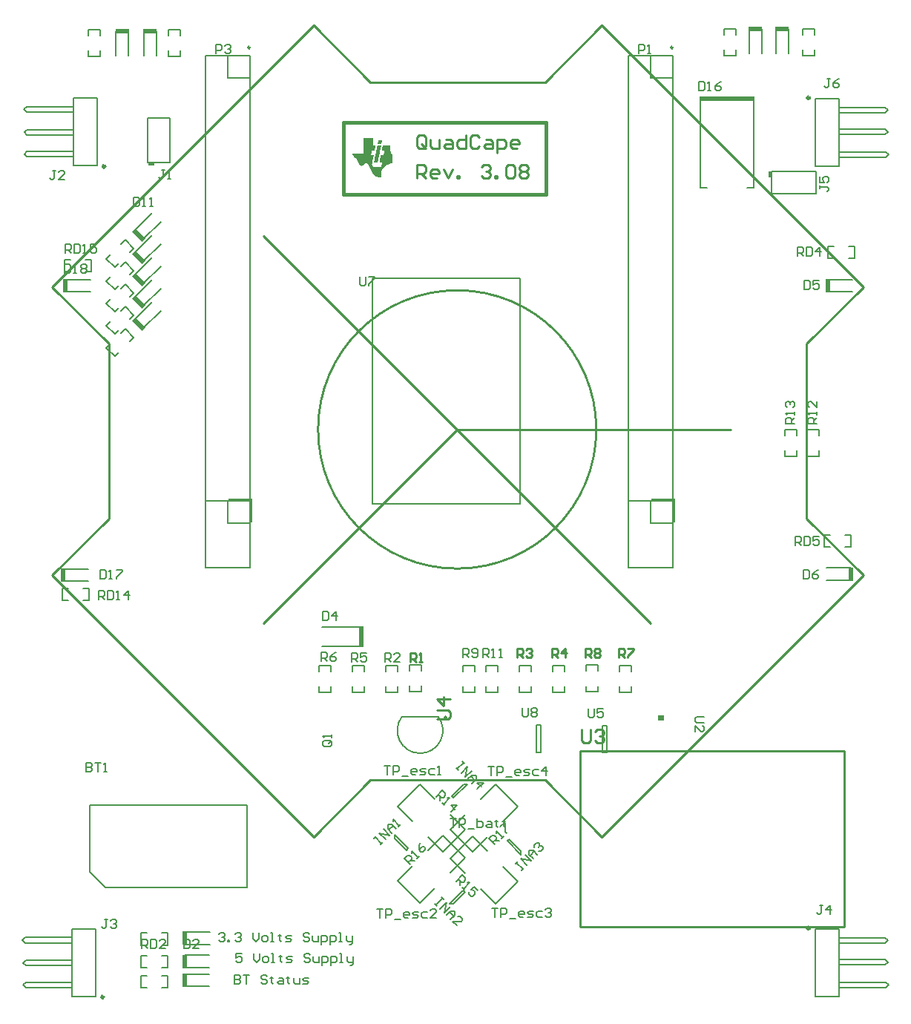
<source format=gto>
%FSLAX25Y25*%
%MOIN*%
G70*
G01*
G75*
G04 Layer_Color=65535*
%ADD10R,0.03740X0.03937*%
%ADD11P,0.04454X4X90.0*%
G04:AMPARAMS|DCode=12|XSize=37.4mil|YSize=39.37mil|CornerRadius=0mil|HoleSize=0mil|Usage=FLASHONLY|Rotation=315.000|XOffset=0mil|YOffset=0mil|HoleType=Round|Shape=Rectangle|*
%AMROTATEDRECTD12*
4,1,4,-0.02714,-0.00070,0.00070,0.02714,0.02714,0.00070,-0.00070,-0.02714,-0.02714,-0.00070,0.0*
%
%ADD12ROTATEDRECTD12*%

%ADD13R,0.04200X0.02500*%
G04:AMPARAMS|DCode=14|XSize=106.3mil|YSize=62.99mil|CornerRadius=0mil|HoleSize=0mil|Usage=FLASHONLY|Rotation=225.000|XOffset=0mil|YOffset=0mil|HoleType=Round|Shape=Rectangle|*
%AMROTATEDRECTD14*
4,1,4,0.01531,0.05985,0.05985,0.01531,-0.01531,-0.05985,-0.05985,-0.01531,0.01531,0.05985,0.0*
%
%ADD14ROTATEDRECTD14*%

G04:AMPARAMS|DCode=15|XSize=106.3mil|YSize=62.99mil|CornerRadius=0mil|HoleSize=0mil|Usage=FLASHONLY|Rotation=315.000|XOffset=0mil|YOffset=0mil|HoleType=Round|Shape=Rectangle|*
%AMROTATEDRECTD15*
4,1,4,-0.05985,0.01531,-0.01531,0.05985,0.05985,-0.01531,0.01531,-0.05985,-0.05985,0.01531,0.0*
%
%ADD15ROTATEDRECTD15*%

G04:AMPARAMS|DCode=16|XSize=15.75mil|YSize=33.47mil|CornerRadius=0mil|HoleSize=0mil|Usage=FLASHONLY|Rotation=135.000|XOffset=0mil|YOffset=0mil|HoleType=Round|Shape=Rectangle|*
%AMROTATEDRECTD16*
4,1,4,0.01740,0.00626,-0.00626,-0.01740,-0.01740,-0.00626,0.00626,0.01740,0.01740,0.00626,0.0*
%
%ADD16ROTATEDRECTD16*%

G04:AMPARAMS|DCode=17|XSize=15.75mil|YSize=33.47mil|CornerRadius=0mil|HoleSize=0mil|Usage=FLASHONLY|Rotation=225.000|XOffset=0mil|YOffset=0mil|HoleType=Round|Shape=Rectangle|*
%AMROTATEDRECTD17*
4,1,4,-0.00626,0.01740,0.01740,-0.00626,0.00626,-0.01740,-0.01740,0.00626,-0.00626,0.01740,0.0*
%
%ADD17ROTATEDRECTD17*%

%ADD18R,0.04331X0.02559*%
%ADD19R,0.03150X0.03150*%
%ADD20O,0.03937X0.09843*%
%ADD21O,0.09843X0.03937*%
%ADD22R,0.03937X0.09843*%
%ADD23R,0.03150X0.03150*%
%ADD24R,0.03937X0.03740*%
%ADD25R,0.03602X0.04803*%
%ADD26R,0.15000X0.11000*%
%ADD27R,0.01024X0.00630*%
%ADD28R,0.01024X0.02008*%
%ADD29C,0.01500*%
%ADD30C,0.02000*%
%ADD31C,0.07500*%
%ADD32C,0.04000*%
%ADD33C,0.03000*%
%ADD34C,0.02500*%
%ADD35C,0.05000*%
%ADD36C,0.01000*%
%ADD37C,0.10000*%
%ADD38C,0.11800*%
%ADD39R,0.06496X0.06496*%
%ADD40C,0.06496*%
%ADD41O,0.10000X0.06000*%
%ADD42R,0.10000X0.05500*%
%ADD43R,0.06693X0.06693*%
%ADD44C,0.06693*%
%ADD45R,0.06496X0.06496*%
%ADD46C,0.28000*%
%ADD47R,0.04000X0.07874*%
%ADD48O,0.04000X0.07874*%
%ADD49O,0.03937X0.07874*%
%ADD50O,0.09843X0.06000*%
%ADD51R,0.09843X0.06000*%
%ADD52C,0.16000*%
%ADD53R,0.06000X0.06000*%
%ADD54R,0.06000X0.06000*%
%ADD55C,0.04000*%
%ADD56C,0.05000*%
%ADD57C,0.04500*%
%ADD58C,0.00984*%
%ADD59C,0.01181*%
%ADD60C,0.00787*%
%ADD61C,0.00700*%
%ADD62C,0.00800*%
G04:AMPARAMS|DCode=63|XSize=19.69mil|YSize=62.99mil|CornerRadius=0mil|HoleSize=0mil|Usage=FLASHONLY|Rotation=45.000|XOffset=0mil|YOffset=0mil|HoleType=Round|Shape=Rectangle|*
%AMROTATEDRECTD63*
4,1,4,0.01531,-0.02923,-0.02923,0.01531,-0.01531,0.02923,0.02923,-0.01531,0.01531,-0.02923,0.0*
%
%ADD63ROTATEDRECTD63*%

%ADD64R,0.01000X0.11000*%
%ADD65R,0.10350X0.01000*%
%ADD66R,0.03000X0.01500*%
%ADD67R,0.01500X0.03000*%
%ADD68R,0.01968X0.06299*%
%ADD69R,0.06299X0.01969*%
%ADD70R,0.02000X0.09200*%
%ADD71R,0.24700X0.02000*%
%ADD72R,0.01969X0.06299*%
%ADD73R,0.06299X0.01968*%
G36*
X150194Y-57258D02*
Y-57331D01*
Y-57404D01*
Y-57476D01*
Y-57549D01*
Y-57622D01*
Y-57694D01*
Y-57767D01*
Y-57840D01*
Y-57912D01*
Y-57985D01*
Y-58058D01*
Y-58131D01*
Y-58203D01*
Y-58276D01*
Y-58349D01*
Y-58421D01*
Y-58494D01*
Y-58567D01*
Y-58640D01*
Y-58712D01*
Y-58785D01*
Y-58858D01*
Y-58930D01*
Y-59003D01*
Y-59076D01*
Y-59148D01*
Y-59221D01*
Y-59294D01*
Y-59367D01*
Y-59439D01*
Y-59512D01*
Y-59585D01*
Y-59657D01*
Y-59730D01*
Y-59803D01*
Y-59875D01*
Y-59948D01*
Y-60021D01*
Y-60093D01*
Y-60166D01*
Y-60239D01*
Y-60312D01*
Y-60384D01*
Y-60457D01*
Y-60530D01*
X151357D01*
Y-60602D01*
X151285D01*
Y-60675D01*
Y-60748D01*
Y-60821D01*
Y-60893D01*
Y-60966D01*
X151212D01*
Y-61039D01*
Y-61111D01*
Y-61184D01*
Y-61257D01*
Y-61329D01*
X151139D01*
Y-61402D01*
Y-61475D01*
Y-61547D01*
Y-61620D01*
Y-61693D01*
X151067D01*
Y-61766D01*
Y-61838D01*
Y-61911D01*
Y-61984D01*
Y-62056D01*
X150994D01*
Y-62129D01*
Y-62202D01*
Y-62274D01*
Y-62347D01*
Y-62420D01*
X150921D01*
Y-62493D01*
Y-62565D01*
Y-62638D01*
Y-62711D01*
X149685D01*
Y-62783D01*
Y-62856D01*
Y-62929D01*
X149612D01*
Y-63002D01*
Y-63074D01*
Y-63147D01*
Y-63220D01*
Y-63292D01*
X149540D01*
Y-63365D01*
Y-63438D01*
Y-63510D01*
Y-63583D01*
Y-63656D01*
X149467D01*
Y-63728D01*
Y-63801D01*
Y-63874D01*
Y-63947D01*
Y-64019D01*
X149394D01*
Y-64092D01*
Y-64165D01*
Y-64237D01*
Y-64310D01*
Y-64383D01*
X149322D01*
Y-64455D01*
Y-64528D01*
Y-64601D01*
Y-64674D01*
Y-64746D01*
X150485D01*
Y-64819D01*
Y-64892D01*
Y-64964D01*
Y-65037D01*
X150412D01*
Y-65110D01*
Y-65183D01*
Y-65255D01*
Y-65328D01*
Y-65401D01*
X150339D01*
Y-65473D01*
Y-65546D01*
Y-65619D01*
Y-65691D01*
Y-65764D01*
X150267D01*
Y-65837D01*
Y-65909D01*
Y-65982D01*
Y-66055D01*
Y-66128D01*
X150194D01*
Y-66200D01*
Y-66273D01*
Y-66346D01*
Y-66418D01*
Y-66491D01*
X150121D01*
Y-66564D01*
Y-66637D01*
Y-66709D01*
Y-66782D01*
Y-66855D01*
X150049D01*
Y-66927D01*
Y-67000D01*
Y-67073D01*
Y-67145D01*
Y-67218D01*
X149976D01*
Y-67291D01*
Y-67364D01*
Y-67436D01*
Y-67509D01*
Y-67582D01*
X149903D01*
Y-67654D01*
Y-67727D01*
Y-67800D01*
Y-67872D01*
Y-67945D01*
X149830D01*
Y-68018D01*
Y-68090D01*
Y-68163D01*
Y-68236D01*
Y-68309D01*
X149758D01*
Y-68381D01*
Y-68454D01*
Y-68527D01*
Y-68599D01*
Y-68672D01*
X149685D01*
Y-68745D01*
Y-68818D01*
Y-68890D01*
Y-68963D01*
Y-69036D01*
Y-69108D01*
Y-69181D01*
Y-69254D01*
X149758D01*
Y-69326D01*
Y-69399D01*
Y-69472D01*
X149830D01*
Y-69545D01*
Y-69617D01*
X149903D01*
Y-69690D01*
X149976D01*
Y-69763D01*
X150049D01*
Y-69835D01*
X150194D01*
Y-69908D01*
X150339D01*
Y-69981D01*
X150630D01*
Y-70053D01*
X151067D01*
Y-70126D01*
X153902D01*
Y-70053D01*
Y-69981D01*
Y-69908D01*
X153974D01*
Y-69835D01*
Y-69763D01*
Y-69690D01*
Y-69617D01*
Y-69545D01*
X154047D01*
Y-69472D01*
Y-69399D01*
Y-69326D01*
Y-69254D01*
Y-69181D01*
X154120D01*
Y-69108D01*
Y-69036D01*
Y-68963D01*
Y-68890D01*
Y-68818D01*
X154193D01*
Y-68745D01*
Y-68672D01*
Y-68599D01*
Y-68527D01*
Y-68454D01*
X154265D01*
Y-68381D01*
Y-68309D01*
Y-68236D01*
Y-68163D01*
Y-68090D01*
X154338D01*
Y-68018D01*
Y-67945D01*
X153393D01*
Y-67872D01*
X153247D01*
Y-67800D01*
X153175D01*
Y-67727D01*
Y-67654D01*
Y-67582D01*
Y-67509D01*
Y-67436D01*
Y-67364D01*
Y-67291D01*
Y-67218D01*
Y-67145D01*
X153247D01*
Y-67073D01*
Y-67000D01*
Y-66927D01*
Y-66855D01*
X153320D01*
Y-66782D01*
Y-66709D01*
Y-66637D01*
Y-66564D01*
Y-66491D01*
X153393D01*
Y-66418D01*
Y-66346D01*
Y-66273D01*
Y-66200D01*
Y-66128D01*
X153466D01*
Y-66055D01*
Y-65982D01*
Y-65909D01*
Y-65837D01*
Y-65764D01*
X153538D01*
Y-65691D01*
Y-65619D01*
Y-65546D01*
Y-65473D01*
Y-65401D01*
X153611D01*
Y-65328D01*
Y-65255D01*
Y-65183D01*
Y-65110D01*
Y-65037D01*
X153684D01*
Y-64964D01*
Y-64892D01*
Y-64819D01*
Y-64746D01*
X154992D01*
Y-64674D01*
Y-64601D01*
Y-64528D01*
Y-64455D01*
Y-64383D01*
X155065D01*
Y-64310D01*
Y-64237D01*
Y-64165D01*
Y-64092D01*
Y-64019D01*
X155138D01*
Y-63947D01*
Y-63874D01*
Y-63801D01*
Y-63728D01*
Y-63656D01*
X155210D01*
Y-63583D01*
Y-63510D01*
Y-63438D01*
Y-63365D01*
Y-63292D01*
X155283D01*
Y-63220D01*
Y-63147D01*
Y-63074D01*
Y-63002D01*
Y-62929D01*
X155356D01*
Y-62856D01*
Y-62783D01*
Y-62711D01*
X154120D01*
Y-62638D01*
Y-62565D01*
Y-62493D01*
X154193D01*
Y-62420D01*
Y-62347D01*
Y-62274D01*
Y-62202D01*
Y-62129D01*
X154265D01*
Y-62056D01*
Y-61984D01*
Y-61911D01*
Y-61838D01*
Y-61766D01*
X154338D01*
Y-61693D01*
Y-61620D01*
Y-61547D01*
Y-61475D01*
Y-61402D01*
X154411D01*
Y-61329D01*
Y-61257D01*
Y-61184D01*
Y-61111D01*
Y-61039D01*
X154483D01*
Y-60966D01*
Y-60893D01*
Y-60821D01*
Y-60748D01*
Y-60675D01*
X154556D01*
Y-60602D01*
Y-60530D01*
X158046D01*
Y-60602D01*
Y-60675D01*
Y-60748D01*
Y-60821D01*
Y-60893D01*
Y-60966D01*
Y-61039D01*
Y-61111D01*
Y-61184D01*
Y-61257D01*
Y-61329D01*
Y-61402D01*
Y-61475D01*
Y-61547D01*
Y-61620D01*
Y-61693D01*
Y-61766D01*
Y-61838D01*
Y-61911D01*
Y-61984D01*
Y-62056D01*
Y-62129D01*
Y-62202D01*
Y-62274D01*
Y-62347D01*
Y-62420D01*
Y-62493D01*
Y-62565D01*
Y-62638D01*
Y-62711D01*
Y-62783D01*
Y-62856D01*
Y-62929D01*
Y-63002D01*
X158118D01*
Y-63074D01*
Y-63147D01*
Y-63220D01*
Y-63292D01*
Y-63365D01*
X158191D01*
Y-63438D01*
Y-63510D01*
Y-63583D01*
Y-63656D01*
X158264D01*
Y-63728D01*
Y-63801D01*
X158336D01*
Y-63874D01*
Y-63947D01*
X158409D01*
Y-64019D01*
Y-64092D01*
X158482D01*
Y-64165D01*
X158554D01*
Y-64237D01*
Y-64310D01*
X158627D01*
Y-64383D01*
X158700D01*
Y-64455D01*
X158773D01*
Y-64528D01*
X158845D01*
Y-64601D01*
X158991D01*
Y-64674D01*
X159063D01*
Y-64746D01*
Y-64819D01*
Y-64892D01*
Y-64964D01*
Y-65037D01*
Y-65110D01*
Y-65183D01*
Y-65255D01*
Y-65328D01*
Y-65401D01*
Y-65473D01*
Y-65546D01*
Y-65619D01*
Y-65691D01*
Y-65764D01*
Y-65837D01*
Y-65909D01*
Y-65982D01*
Y-66055D01*
Y-66128D01*
Y-66200D01*
Y-66273D01*
Y-66346D01*
Y-66418D01*
Y-66491D01*
Y-66564D01*
Y-66637D01*
Y-66709D01*
Y-66782D01*
Y-66855D01*
Y-66927D01*
Y-67000D01*
Y-67073D01*
Y-67145D01*
Y-67218D01*
Y-67291D01*
Y-67364D01*
Y-67436D01*
Y-67509D01*
Y-67582D01*
Y-67654D01*
Y-67727D01*
Y-67800D01*
Y-67872D01*
Y-67945D01*
Y-68018D01*
Y-68090D01*
Y-68163D01*
Y-68236D01*
X158918D01*
Y-68309D01*
X158700D01*
Y-68381D01*
X158409D01*
Y-68454D01*
X158191D01*
Y-68527D01*
X157973D01*
Y-68599D01*
X157755D01*
Y-68672D01*
X157609D01*
Y-68745D01*
X157391D01*
Y-68818D01*
X157246D01*
Y-68890D01*
X157100D01*
Y-68963D01*
X156955D01*
Y-69036D01*
X156810D01*
Y-69108D01*
X156664D01*
Y-69181D01*
X156519D01*
Y-69254D01*
X156374D01*
Y-69326D01*
X156301D01*
Y-69399D01*
X156155D01*
Y-69472D01*
X156010D01*
Y-69545D01*
X155937D01*
Y-69617D01*
X155865D01*
Y-69690D01*
X155719D01*
Y-69763D01*
X155647D01*
Y-69835D01*
X155574D01*
Y-69908D01*
X155428D01*
Y-69981D01*
X155356D01*
Y-70053D01*
X155283D01*
Y-70126D01*
X155210D01*
Y-70199D01*
X155138D01*
Y-70271D01*
X155065D01*
Y-70344D01*
X154992D01*
Y-70417D01*
X154920D01*
Y-70490D01*
X154847D01*
Y-70562D01*
X154774D01*
Y-70635D01*
X154701D01*
Y-70708D01*
X154629D01*
Y-70780D01*
Y-70853D01*
X154556D01*
Y-70926D01*
X154483D01*
Y-70999D01*
X154411D01*
Y-71071D01*
Y-71144D01*
X154338D01*
Y-71217D01*
X154265D01*
Y-71289D01*
Y-71362D01*
X154193D01*
Y-71435D01*
Y-71507D01*
X154120D01*
Y-71580D01*
Y-71653D01*
X154047D01*
Y-71725D01*
Y-71798D01*
X153974D01*
Y-71871D01*
Y-71944D01*
Y-72016D01*
X153902D01*
Y-72089D01*
Y-72162D01*
Y-72234D01*
Y-72307D01*
X153829D01*
Y-72380D01*
Y-72452D01*
Y-72525D01*
Y-72598D01*
Y-72671D01*
Y-72743D01*
Y-72816D01*
Y-72889D01*
Y-72961D01*
Y-73034D01*
Y-73107D01*
Y-73180D01*
Y-73252D01*
Y-73325D01*
Y-73398D01*
X153902D01*
Y-73470D01*
Y-73543D01*
Y-73616D01*
Y-73688D01*
Y-73761D01*
X153974D01*
Y-73834D01*
Y-73906D01*
Y-73979D01*
Y-74052D01*
X154047D01*
Y-74125D01*
Y-74197D01*
Y-74270D01*
X154120D01*
Y-74343D01*
Y-74415D01*
X154193D01*
Y-74488D01*
Y-74561D01*
X154047D01*
Y-74634D01*
X153829D01*
Y-74706D01*
X153466D01*
Y-74779D01*
X152666D01*
Y-74706D01*
X152302D01*
Y-74634D01*
X152084D01*
Y-74561D01*
X151866D01*
Y-74488D01*
X151721D01*
Y-74415D01*
X151575D01*
Y-74343D01*
X151503D01*
Y-74270D01*
X151357D01*
Y-74197D01*
X151285D01*
Y-74125D01*
X151139D01*
Y-74052D01*
X151067D01*
Y-73979D01*
X150994D01*
Y-73906D01*
X150848D01*
Y-73834D01*
X150776D01*
Y-73761D01*
X150703D01*
Y-73688D01*
X150630D01*
Y-73616D01*
X150557D01*
Y-73543D01*
X150485D01*
Y-73470D01*
X150412D01*
Y-73398D01*
X150339D01*
Y-73325D01*
Y-73252D01*
X150267D01*
Y-73180D01*
X150194D01*
Y-73107D01*
X150121D01*
Y-73034D01*
X150049D01*
Y-72961D01*
Y-72889D01*
X149976D01*
Y-72816D01*
X149903D01*
Y-72743D01*
Y-72671D01*
X149830D01*
Y-72598D01*
Y-72525D01*
X149758D01*
Y-72452D01*
X149685D01*
Y-72380D01*
Y-72307D01*
X149612D01*
Y-72234D01*
Y-72162D01*
X149540D01*
Y-72089D01*
Y-72016D01*
X149467D01*
Y-71944D01*
Y-71871D01*
X149394D01*
Y-71798D01*
Y-71725D01*
X149322D01*
Y-71653D01*
Y-71580D01*
X149249D01*
Y-71507D01*
Y-71435D01*
X149176D01*
Y-71362D01*
Y-71289D01*
X149103D01*
Y-71217D01*
Y-71144D01*
X149031D01*
Y-71071D01*
Y-70999D01*
X148958D01*
Y-70926D01*
Y-70853D01*
Y-70780D01*
X148885D01*
Y-70708D01*
Y-70635D01*
X148813D01*
Y-70562D01*
Y-70490D01*
X148740D01*
Y-70417D01*
Y-70344D01*
X148667D01*
Y-70271D01*
Y-70199D01*
X148595D01*
Y-70126D01*
Y-70053D01*
X148522D01*
Y-69981D01*
Y-69908D01*
X148449D01*
Y-69835D01*
Y-69763D01*
X148377D01*
Y-69690D01*
Y-69617D01*
X148304D01*
Y-69545D01*
Y-69472D01*
X148231D01*
Y-69399D01*
Y-69326D01*
X148158D01*
Y-69254D01*
X148086D01*
Y-69181D01*
Y-69108D01*
X148013D01*
Y-69036D01*
X147940D01*
Y-68963D01*
X147868D01*
Y-68890D01*
X147795D01*
Y-68818D01*
X147722D01*
Y-68745D01*
X147650D01*
Y-68672D01*
X147577D01*
Y-68599D01*
X147431D01*
Y-68527D01*
X147141D01*
Y-68454D01*
X146995D01*
Y-68527D01*
X146632D01*
Y-68599D01*
X146486D01*
Y-68672D01*
X146341D01*
Y-68745D01*
X146268D01*
Y-68818D01*
X146196D01*
Y-68890D01*
X146123D01*
Y-68963D01*
X146050D01*
Y-69036D01*
X145977D01*
Y-69108D01*
X145905D01*
Y-69181D01*
X145832D01*
Y-69254D01*
X145759D01*
Y-69326D01*
X145687D01*
Y-69399D01*
X145614D01*
Y-69472D01*
X145541D01*
Y-69545D01*
X145396D01*
Y-69617D01*
X144814D01*
Y-69545D01*
X144596D01*
Y-69472D01*
X144451D01*
Y-69399D01*
X144378D01*
Y-69326D01*
X144305D01*
Y-69254D01*
X144160D01*
Y-69181D01*
Y-69108D01*
X144087D01*
Y-69036D01*
X144015D01*
Y-68963D01*
X143942D01*
Y-68890D01*
Y-68818D01*
X143869D01*
Y-68745D01*
Y-68672D01*
X143797D01*
Y-68599D01*
Y-68527D01*
X143724D01*
Y-68454D01*
Y-68381D01*
X143651D01*
Y-68309D01*
Y-68236D01*
X143578D01*
Y-68163D01*
Y-68090D01*
X143506D01*
Y-68018D01*
Y-67945D01*
Y-67872D01*
X143433D01*
Y-67800D01*
Y-67727D01*
X143360D01*
Y-67654D01*
Y-67582D01*
Y-67509D01*
X143288D01*
Y-67436D01*
Y-67364D01*
X143215D01*
Y-67291D01*
Y-67218D01*
Y-67145D01*
X143142D01*
Y-67073D01*
X143070D01*
Y-67000D01*
Y-66927D01*
X142997D01*
Y-66855D01*
X142924D01*
Y-66782D01*
Y-66709D01*
X142851D01*
Y-66637D01*
X142779D01*
Y-66564D01*
X142706D01*
Y-66491D01*
X142633D01*
Y-66418D01*
X142561D01*
Y-66346D01*
X142488D01*
Y-66273D01*
X142415D01*
Y-66200D01*
X142342D01*
Y-66128D01*
X142270D01*
Y-66055D01*
X142197D01*
Y-65982D01*
X142052D01*
Y-65909D01*
X141979D01*
Y-65837D01*
X141906D01*
Y-65764D01*
X141833D01*
Y-65691D01*
X141761D01*
Y-65619D01*
X141688D01*
Y-65546D01*
X141615D01*
Y-65473D01*
X141543D01*
Y-65401D01*
X141470D01*
Y-65328D01*
Y-65255D01*
X141397D01*
Y-65183D01*
X141325D01*
Y-65110D01*
Y-65037D01*
X141252D01*
Y-64964D01*
Y-64892D01*
X141179D01*
Y-64819D01*
Y-64746D01*
X141106D01*
Y-64674D01*
Y-64601D01*
X141034D01*
Y-64528D01*
Y-64455D01*
Y-64383D01*
Y-64310D01*
X140961D01*
Y-64237D01*
Y-64165D01*
Y-64092D01*
Y-64019D01*
Y-63947D01*
X145977D01*
Y-63874D01*
Y-63801D01*
Y-63728D01*
Y-63656D01*
Y-63583D01*
Y-63510D01*
Y-63438D01*
Y-63365D01*
Y-63292D01*
Y-63220D01*
Y-63147D01*
Y-63074D01*
Y-63002D01*
Y-62929D01*
Y-62856D01*
Y-62783D01*
Y-62711D01*
Y-62638D01*
Y-62565D01*
Y-62493D01*
Y-62420D01*
Y-62347D01*
Y-62274D01*
Y-62202D01*
Y-62129D01*
Y-62056D01*
Y-61984D01*
Y-61911D01*
Y-61838D01*
Y-61766D01*
Y-61693D01*
Y-61620D01*
Y-61547D01*
Y-61475D01*
Y-61402D01*
Y-61329D01*
Y-61257D01*
Y-61184D01*
Y-61111D01*
Y-61039D01*
Y-60966D01*
Y-60893D01*
Y-60821D01*
Y-60748D01*
Y-60675D01*
Y-60602D01*
Y-60530D01*
Y-60457D01*
Y-60384D01*
Y-60312D01*
Y-60239D01*
Y-60166D01*
Y-60093D01*
Y-60021D01*
Y-59948D01*
Y-59875D01*
Y-59803D01*
Y-59730D01*
Y-59657D01*
Y-59585D01*
Y-59512D01*
Y-59439D01*
Y-59367D01*
Y-59294D01*
Y-59221D01*
Y-59148D01*
Y-59076D01*
Y-59003D01*
Y-58930D01*
Y-58858D01*
Y-58785D01*
Y-58712D01*
Y-58640D01*
Y-58567D01*
Y-58494D01*
Y-58421D01*
Y-58349D01*
Y-58276D01*
Y-58203D01*
Y-58131D01*
Y-58058D01*
Y-57985D01*
Y-57912D01*
Y-57840D01*
Y-57767D01*
Y-57694D01*
Y-57622D01*
Y-57549D01*
Y-57476D01*
Y-57404D01*
Y-57331D01*
Y-57258D01*
Y-57186D01*
X150194D01*
Y-57258D01*
D02*
G37*
G36*
X280838Y-318765D02*
X278338D01*
Y-316265D01*
X280838D01*
Y-318765D01*
D02*
G37*
G36*
X154265Y-58203D02*
Y-58276D01*
Y-58349D01*
Y-58421D01*
X154193D01*
Y-58494D01*
Y-58567D01*
Y-58640D01*
Y-58712D01*
Y-58785D01*
X154120D01*
Y-58858D01*
Y-58930D01*
Y-59003D01*
Y-59076D01*
Y-59148D01*
X154047D01*
Y-59221D01*
Y-59294D01*
Y-59367D01*
Y-59439D01*
Y-59512D01*
X153974D01*
Y-59585D01*
Y-59657D01*
Y-59730D01*
Y-59803D01*
X152230D01*
Y-59730D01*
Y-59657D01*
X152302D01*
Y-59585D01*
Y-59512D01*
Y-59439D01*
Y-59367D01*
Y-59294D01*
X152375D01*
Y-59221D01*
Y-59148D01*
Y-59076D01*
Y-59003D01*
Y-58930D01*
X152448D01*
Y-58858D01*
Y-58785D01*
Y-58712D01*
Y-58640D01*
Y-58567D01*
X152521D01*
Y-58494D01*
Y-58421D01*
Y-58349D01*
Y-58276D01*
Y-58203D01*
X152593D01*
Y-58131D01*
X154265D01*
Y-58203D01*
D02*
G37*
G36*
X153829Y-60602D02*
Y-60675D01*
X153756D01*
Y-60748D01*
Y-60821D01*
Y-60893D01*
Y-60966D01*
Y-61039D01*
X153684D01*
Y-61111D01*
Y-61184D01*
Y-61257D01*
Y-61329D01*
Y-61402D01*
X153611D01*
Y-61475D01*
Y-61547D01*
Y-61620D01*
Y-61693D01*
Y-61766D01*
X153538D01*
Y-61838D01*
Y-61911D01*
Y-61984D01*
Y-62056D01*
Y-62129D01*
X153466D01*
Y-62202D01*
Y-62274D01*
Y-62347D01*
Y-62420D01*
Y-62493D01*
X153393D01*
Y-62565D01*
Y-62638D01*
Y-62711D01*
Y-62783D01*
Y-62856D01*
X153320D01*
Y-62929D01*
Y-63002D01*
Y-63074D01*
Y-63147D01*
Y-63220D01*
X153247D01*
Y-63292D01*
Y-63365D01*
Y-63438D01*
Y-63510D01*
Y-63583D01*
X153175D01*
Y-63656D01*
Y-63728D01*
Y-63801D01*
Y-63874D01*
Y-63947D01*
X153102D01*
Y-64019D01*
Y-64092D01*
Y-64165D01*
Y-64237D01*
Y-64310D01*
X153029D01*
Y-64383D01*
Y-64455D01*
Y-64528D01*
Y-64601D01*
Y-64674D01*
X152957D01*
Y-64746D01*
Y-64819D01*
Y-64892D01*
Y-64964D01*
Y-65037D01*
X152884D01*
Y-65110D01*
Y-65183D01*
Y-65255D01*
Y-65328D01*
Y-65401D01*
X152811D01*
Y-65473D01*
Y-65546D01*
Y-65619D01*
Y-65691D01*
Y-65764D01*
X152739D01*
Y-65837D01*
Y-65909D01*
Y-65982D01*
Y-66055D01*
Y-66128D01*
X152666D01*
Y-66200D01*
Y-66273D01*
Y-66346D01*
Y-66418D01*
Y-66491D01*
X152593D01*
Y-66564D01*
Y-66637D01*
Y-66709D01*
Y-66782D01*
Y-66855D01*
X152521D01*
Y-66927D01*
Y-67000D01*
Y-67073D01*
Y-67145D01*
Y-67218D01*
X152448D01*
Y-67291D01*
Y-67364D01*
Y-67436D01*
Y-67509D01*
Y-67582D01*
X152375D01*
Y-67654D01*
Y-67727D01*
Y-67800D01*
Y-67872D01*
Y-67945D01*
X150630D01*
Y-67872D01*
Y-67800D01*
Y-67727D01*
X150703D01*
Y-67654D01*
Y-67582D01*
Y-67509D01*
Y-67436D01*
Y-67364D01*
X150776D01*
Y-67291D01*
Y-67218D01*
Y-67145D01*
Y-67073D01*
Y-67000D01*
X150848D01*
Y-66927D01*
Y-66855D01*
Y-66782D01*
Y-66709D01*
Y-66637D01*
X150921D01*
Y-66564D01*
Y-66491D01*
Y-66418D01*
Y-66346D01*
Y-66273D01*
X150994D01*
Y-66200D01*
Y-66128D01*
Y-66055D01*
Y-65982D01*
Y-65909D01*
X151067D01*
Y-65837D01*
Y-65764D01*
Y-65691D01*
Y-65619D01*
Y-65546D01*
X151139D01*
Y-65473D01*
Y-65401D01*
Y-65328D01*
Y-65255D01*
Y-65183D01*
X151212D01*
Y-65110D01*
Y-65037D01*
Y-64964D01*
Y-64892D01*
Y-64819D01*
X151285D01*
Y-64746D01*
Y-64674D01*
Y-64601D01*
Y-64528D01*
Y-64455D01*
X151357D01*
Y-64383D01*
Y-64310D01*
Y-64237D01*
Y-64165D01*
Y-64092D01*
X151430D01*
Y-64019D01*
Y-63947D01*
Y-63874D01*
Y-63801D01*
Y-63728D01*
X151503D01*
Y-63656D01*
Y-63583D01*
Y-63510D01*
Y-63438D01*
Y-63365D01*
X151575D01*
Y-63292D01*
Y-63220D01*
Y-63147D01*
Y-63074D01*
Y-63002D01*
X151648D01*
Y-62929D01*
Y-62856D01*
Y-62783D01*
Y-62711D01*
Y-62638D01*
X151721D01*
Y-62565D01*
Y-62493D01*
Y-62420D01*
Y-62347D01*
Y-62274D01*
X151794D01*
Y-62202D01*
Y-62129D01*
Y-62056D01*
Y-61984D01*
Y-61911D01*
X151866D01*
Y-61838D01*
Y-61766D01*
Y-61693D01*
Y-61620D01*
Y-61547D01*
X151939D01*
Y-61475D01*
Y-61402D01*
Y-61329D01*
Y-61257D01*
Y-61184D01*
X152012D01*
Y-61111D01*
Y-61039D01*
Y-60966D01*
Y-60893D01*
Y-60821D01*
X152084D01*
Y-60748D01*
Y-60675D01*
Y-60602D01*
Y-60530D01*
X153829D01*
Y-60602D01*
D02*
G37*
D29*
X137000Y-50000D02*
X228000D01*
Y-82500D02*
Y-50000D01*
X137000Y-82500D02*
X228000D01*
X137000D02*
Y-50000D01*
D36*
X250500Y-188000D02*
G03*
X250500Y-188000I-62500J0D01*
G01*
X188000D02*
X311000D01*
X101000Y-101000D02*
X188000Y-188000D01*
X101000Y-275000D02*
X188000Y-188000D01*
X275000Y-275000D01*
X243281Y-411413D02*
Y-332413D01*
Y-411413D02*
X361781D01*
Y-332413D01*
X243281D02*
X361781D01*
X227500Y-345500D02*
X253000Y-371000D01*
X149000Y-345500D02*
X227500D01*
X123500Y-371000D02*
X149000Y-345500D01*
X6000Y-253500D02*
X123500Y-371000D01*
X6000Y-253500D02*
X31500Y-228000D01*
X6000Y-124000D02*
X123500Y-6500D01*
X149000Y-32000D02*
X227500D01*
X253000Y-6500D01*
X370500Y-124000D01*
X345000Y-149500D02*
X370500Y-124000D01*
X345000Y-228000D02*
Y-149500D01*
Y-228000D02*
X370500Y-253500D01*
X253000Y-371000D02*
X370500Y-253500D01*
X31500Y-228000D02*
Y-149500D01*
X6000Y-124000D02*
X31500Y-149500D01*
X123500Y-6500D02*
X149000Y-32000D01*
X167000Y-292500D02*
Y-288501D01*
X168999D01*
X169666Y-289168D01*
Y-290501D01*
X168999Y-291167D01*
X167000D01*
X168333D02*
X169666Y-292500D01*
X170999D02*
X172332D01*
X171665D01*
Y-288501D01*
X170999Y-289168D01*
X260500Y-290500D02*
Y-286501D01*
X262499D01*
X263166Y-287168D01*
Y-288501D01*
X262499Y-289167D01*
X260500D01*
X261833D02*
X263166Y-290500D01*
X264499Y-286501D02*
X267164D01*
Y-287168D01*
X264499Y-289834D01*
Y-290500D01*
X245500D02*
Y-286501D01*
X247499D01*
X248166Y-287168D01*
Y-288501D01*
X247499Y-289167D01*
X245500D01*
X246833D02*
X248166Y-290500D01*
X249499Y-287168D02*
X250165Y-286501D01*
X251498D01*
X252165Y-287168D01*
Y-287834D01*
X251498Y-288501D01*
X252165Y-289167D01*
Y-289834D01*
X251498Y-290500D01*
X250165D01*
X249499Y-289834D01*
Y-289167D01*
X250165Y-288501D01*
X249499Y-287834D01*
Y-287168D01*
X250165Y-288501D02*
X251498D01*
X230500Y-290500D02*
Y-286501D01*
X232499D01*
X233166Y-287168D01*
Y-288501D01*
X232499Y-289167D01*
X230500D01*
X231833D02*
X233166Y-290500D01*
X236498D02*
Y-286501D01*
X234499Y-288501D01*
X237164D01*
X215000Y-290500D02*
Y-286501D01*
X216999D01*
X217666Y-287168D01*
Y-288501D01*
X216999Y-289167D01*
X215000D01*
X216333D02*
X217666Y-290500D01*
X218999Y-287168D02*
X219665Y-286501D01*
X220998D01*
X221665Y-287168D01*
Y-287834D01*
X220998Y-288501D01*
X220332D01*
X220998D01*
X221665Y-289167D01*
Y-289834D01*
X220998Y-290500D01*
X219665D01*
X218999Y-289834D01*
X243813Y-322871D02*
Y-327870D01*
X244813Y-328869D01*
X246813D01*
X247812Y-327870D01*
Y-322871D01*
X249812Y-323871D02*
X250811Y-322871D01*
X252811D01*
X253810Y-323871D01*
Y-324871D01*
X252811Y-325870D01*
X251811D01*
X252811D01*
X253810Y-326870D01*
Y-327870D01*
X252811Y-328869D01*
X250811D01*
X249812Y-327870D01*
X178823Y-318241D02*
X183821D01*
X184820Y-317242D01*
Y-315242D01*
X183821Y-314243D01*
X178823D01*
X184820Y-309244D02*
X178823D01*
X181822Y-312243D01*
Y-308244D01*
X170000Y-75000D02*
Y-69002D01*
X172999D01*
X173999Y-70002D01*
Y-72001D01*
X172999Y-73001D01*
X170000D01*
X171999D02*
X173999Y-75000D01*
X178997D02*
X176998D01*
X175998Y-74000D01*
Y-72001D01*
X176998Y-71001D01*
X178997D01*
X179997Y-72001D01*
Y-73001D01*
X175998D01*
X181996Y-71001D02*
X183995Y-75000D01*
X185995Y-71001D01*
X187994Y-75000D02*
Y-74000D01*
X188994D01*
Y-75000D01*
X187994D01*
X198991Y-70002D02*
X199990Y-69002D01*
X201990D01*
X202989Y-70002D01*
Y-71001D01*
X201990Y-72001D01*
X200990D01*
X201990D01*
X202989Y-73001D01*
Y-74000D01*
X201990Y-75000D01*
X199990D01*
X198991Y-74000D01*
X204989Y-75000D02*
Y-74000D01*
X205988D01*
Y-75000D01*
X204989D01*
X209987Y-70002D02*
X210987Y-69002D01*
X212986D01*
X213986Y-70002D01*
Y-74000D01*
X212986Y-75000D01*
X210987D01*
X209987Y-74000D01*
Y-70002D01*
X215985D02*
X216985Y-69002D01*
X218984D01*
X219984Y-70002D01*
Y-71001D01*
X218984Y-72001D01*
X219984Y-73001D01*
Y-74000D01*
X218984Y-75000D01*
X216985D01*
X215985Y-74000D01*
Y-73001D01*
X216985Y-72001D01*
X215985Y-71001D01*
Y-70002D01*
X216985Y-72001D02*
X218984D01*
X173899Y-60700D02*
Y-56702D01*
X172899Y-55702D01*
X170900D01*
X169900Y-56702D01*
Y-60700D01*
X170900Y-61700D01*
X172899D01*
X171899Y-59701D02*
X173899Y-61700D01*
X172899D02*
X173899Y-60700D01*
X175898Y-57701D02*
Y-60700D01*
X176898Y-61700D01*
X179897D01*
Y-57701D01*
X182896D02*
X184895D01*
X185895Y-58701D01*
Y-61700D01*
X182896D01*
X181896Y-60700D01*
X182896Y-59701D01*
X185895D01*
X191893Y-55702D02*
Y-61700D01*
X188894D01*
X187894Y-60700D01*
Y-58701D01*
X188894Y-57701D01*
X191893D01*
X197891Y-56702D02*
X196891Y-55702D01*
X194892D01*
X193892Y-56702D01*
Y-60700D01*
X194892Y-61700D01*
X196891D01*
X197891Y-60700D01*
X200890Y-57701D02*
X202889D01*
X203889Y-58701D01*
Y-61700D01*
X200890D01*
X199890Y-60700D01*
X200890Y-59701D01*
X203889D01*
X205888Y-63699D02*
Y-57701D01*
X208887D01*
X209887Y-58701D01*
Y-60700D01*
X208887Y-61700D01*
X205888D01*
X214885D02*
X212886D01*
X211886Y-60700D01*
Y-58701D01*
X212886Y-57701D01*
X214885D01*
X215885Y-58701D01*
Y-59701D01*
X211886D01*
D58*
X284941Y-16457D02*
G03*
X284941Y-16457I-492J0D01*
G01*
X94941D02*
G03*
X94941Y-16457I-492J0D01*
G01*
X183230Y-317414D02*
G03*
X183230Y-317414I-492J0D01*
G01*
D59*
X346445Y-39047D02*
G03*
X346445Y-39047I-591J0D01*
G01*
Y-412047D02*
G03*
X346445Y-412047I-591J0D01*
G01*
X29236Y-442953D02*
G03*
X29236Y-442953I-591J0D01*
G01*
X29840Y-69771D02*
G03*
X29840Y-69771I-591J0D01*
G01*
D60*
X163254Y-316939D02*
G03*
X179387Y-316939I8066J-6302D01*
G01*
X43097Y-128506D02*
X50892Y-120711D01*
X46995Y-132403D02*
X54789Y-124608D01*
X43097Y-98506D02*
X50892Y-90711D01*
X46995Y-102403D02*
X54789Y-94608D01*
X43097Y-108505D02*
X50892Y-100711D01*
X46995Y-112403D02*
X54789Y-104608D01*
X43097Y-118506D02*
X50892Y-110711D01*
X46995Y-122403D02*
X54789Y-114608D01*
X43097Y-138505D02*
X50892Y-130711D01*
X46995Y-142403D02*
X54789Y-134608D01*
X359732Y-63398D02*
X378630D01*
X380598D01*
X359732Y-65760D02*
X380598D01*
Y-63398D02*
X381780Y-64579D01*
X380598Y-65760D02*
X381780Y-64579D01*
X359535Y-53161D02*
X378433D01*
X380402D01*
X359535Y-55524D02*
X380402D01*
Y-53161D02*
X381583Y-54343D01*
X380402Y-55524D02*
X381583Y-54343D01*
X380402Y-45681D02*
X381583Y-44500D01*
X380402Y-43319D02*
X381583Y-44500D01*
X359535Y-45681D02*
X380402D01*
X378433Y-43319D02*
X380402D01*
X359535D02*
X378433D01*
X358748Y-69697D02*
X359535D01*
X358748Y-39382D02*
X359535D01*
X348906Y-69697D02*
X358748D01*
X359535D02*
Y-39382D01*
X348906D02*
X358748D01*
X348906Y-69697D02*
Y-39382D01*
X359732Y-436398D02*
X378630D01*
X380598D01*
X359732Y-438760D02*
X380598D01*
Y-436398D02*
X381780Y-437579D01*
X380598Y-438760D02*
X381780Y-437579D01*
X359535Y-426161D02*
X378433D01*
X380402D01*
X359535Y-428524D02*
X380402D01*
Y-426161D02*
X381583Y-427343D01*
X380402Y-428524D02*
X381583Y-427343D01*
X380402Y-418681D02*
X381583Y-417500D01*
X380402Y-416319D02*
X381583Y-417500D01*
X359535Y-418681D02*
X380402D01*
X378433Y-416319D02*
X380402D01*
X359535D02*
X378433D01*
X358748Y-442697D02*
X359535D01*
X358748Y-412382D02*
X359535D01*
X348906Y-442697D02*
X358748D01*
X359535D02*
Y-412382D01*
X348906D02*
X358748D01*
X348906Y-442697D02*
Y-412382D01*
X-4130Y-418602D02*
X14768D01*
X-6098D02*
X-4130D01*
X-6098Y-416240D02*
X14768D01*
X-7280Y-417421D02*
X-6098Y-418602D01*
X-7280Y-417421D02*
X-6098Y-416240D01*
X-3933Y-428839D02*
X14965D01*
X-5902D02*
X-3933D01*
X-5902Y-426476D02*
X14965D01*
X-7083Y-427657D02*
X-5902Y-428839D01*
X-7083Y-427657D02*
X-5902Y-426476D01*
X-7083Y-437500D02*
X-5902Y-436319D01*
X-7083Y-437500D02*
X-5902Y-438681D01*
Y-436319D02*
X14965D01*
X-5902Y-438681D02*
X-3933D01*
X14965D01*
Y-412303D02*
X15752D01*
X14965Y-442618D02*
X15752D01*
Y-412303D02*
X25594D01*
X14965Y-442618D02*
Y-412303D01*
X15752Y-442618D02*
X25594D01*
Y-412303D01*
X-3526Y-45421D02*
X15372D01*
X-5494D02*
X-3526D01*
X-5494Y-43059D02*
X15372D01*
X-6676Y-44240D02*
X-5494Y-45421D01*
X-6676Y-44240D02*
X-5494Y-43059D01*
X-3329Y-55657D02*
X15569D01*
X-5298D02*
X-3329D01*
X-5298Y-53295D02*
X15569D01*
X-6479Y-54476D02*
X-5298Y-55657D01*
X-6479Y-54476D02*
X-5298Y-53295D01*
X-6479Y-64319D02*
X-5298Y-63137D01*
X-6479Y-64319D02*
X-5298Y-65500D01*
Y-63137D02*
X15569D01*
X-5298Y-65500D02*
X-3329D01*
X15569D01*
Y-39122D02*
X16356D01*
X15569Y-69437D02*
X16356D01*
Y-39122D02*
X26198D01*
X15569Y-69437D02*
Y-39122D01*
X16356Y-69437D02*
X26198D01*
Y-39122D01*
X159855Y-370020D02*
X165980Y-376145D01*
X165145Y-376980D02*
X165980Y-376145D01*
X159855Y-371690D02*
X165145Y-376980D01*
X159855Y-371690D02*
X159855Y-370020D01*
X184520Y-401145D02*
X190645Y-395020D01*
X191480Y-395855D01*
X186190Y-401145D02*
X191480Y-395855D01*
X184520Y-401145D02*
X186190Y-401145D01*
X186355Y-353480D02*
X192480Y-347355D01*
X185520Y-352645D02*
X186355Y-353480D01*
X185520Y-352645D02*
X190810Y-347355D01*
X192480Y-347355D01*
X210520Y-372855D02*
X216645Y-378980D01*
X210520Y-372855D02*
X211355Y-372020D01*
X216645Y-377310D01*
X216645Y-378980D02*
X216645Y-377310D01*
X223516Y-320898D02*
X225484D01*
X223516Y-333102D02*
X225484D01*
X223516D02*
Y-320898D01*
X225484Y-333102D02*
Y-320898D01*
X65701Y-429756D02*
X76724D01*
X65701Y-424244D02*
X76724D01*
X22882Y-386731D02*
X29910Y-393758D01*
X22882Y-386731D02*
Y-356632D01*
X93472D01*
Y-393758D02*
Y-356632D01*
X29910Y-393758D02*
X93472D01*
X47244Y-20224D02*
Y-9201D01*
X52756Y-20224D02*
Y-9201D01*
X34744Y-20224D02*
Y-9201D01*
X40256Y-20224D02*
Y-9201D01*
X163254Y-316942D02*
X179387D01*
X150000Y-221500D02*
Y-119925D01*
Y-221500D02*
X216142D01*
X150000Y-119925D02*
X216142D01*
Y-221500D02*
Y-119925D01*
X253138Y-321011D02*
X255106D01*
X253138Y-333215D02*
X255106D01*
X253138D02*
Y-321011D01*
X255106Y-333215D02*
Y-321011D01*
X65701Y-438256D02*
X76724D01*
X65701Y-432744D02*
X76724D01*
X65769Y-419263D02*
X76792D01*
X65769Y-413751D02*
X76792D01*
X353776Y-250244D02*
X364799D01*
X353776Y-255756D02*
X364799D01*
X354701Y-126256D02*
X365724D01*
X354701Y-120744D02*
X365724D01*
X319244Y-19224D02*
Y-8201D01*
X324756Y-19224D02*
Y-8201D01*
X331244Y-19224D02*
Y-8201D01*
X336756Y-19224D02*
Y-8201D01*
X12201Y-126256D02*
X23224D01*
X12201Y-120744D02*
X23224D01*
X11201Y-256256D02*
X22224D01*
X11201Y-250744D02*
X22224D01*
D61*
X27727Y-11100D02*
Y-8502D01*
X22280D02*
X27727D01*
X22280Y-11100D02*
Y-8502D01*
Y-20498D02*
Y-17900D01*
Y-20498D02*
X27727D01*
Y-17900D01*
X34187Y-115169D02*
X36024Y-113332D01*
X30335Y-111318D02*
X34187Y-115169D01*
X30335Y-111318D02*
X32173Y-109481D01*
X36981Y-104673D02*
X38818Y-102835D01*
X42669Y-106687D01*
X40832Y-108524D02*
X42669Y-106687D01*
X34187Y-125169D02*
X36024Y-123332D01*
X30335Y-121318D02*
X34187Y-125169D01*
X30335Y-121318D02*
X32173Y-119481D01*
X36981Y-114673D02*
X38818Y-112835D01*
X42669Y-116687D01*
X40832Y-118524D02*
X42669Y-116687D01*
X34187Y-145169D02*
X36024Y-143332D01*
X30335Y-141318D02*
X34187Y-145169D01*
X30335Y-141318D02*
X32173Y-139481D01*
X36981Y-134672D02*
X38818Y-132835D01*
X42669Y-136687D01*
X40832Y-138524D02*
X42669Y-136687D01*
X34187Y-135169D02*
X36024Y-133332D01*
X30335Y-131318D02*
X34187Y-135169D01*
X30335Y-131318D02*
X32173Y-129481D01*
X36981Y-124672D02*
X38818Y-122835D01*
X42669Y-126687D01*
X40832Y-128524D02*
X42669Y-126687D01*
X34187Y-155169D02*
X36024Y-153332D01*
X30335Y-151318D02*
X34187Y-155169D01*
X30335Y-151318D02*
X32173Y-149481D01*
X36981Y-144673D02*
X38818Y-142835D01*
X42669Y-146687D01*
X40832Y-148524D02*
X42669Y-146687D01*
X206227Y-305998D02*
Y-303400D01*
X200780Y-305998D02*
X206227D01*
X200780D02*
Y-303400D01*
Y-296600D02*
Y-294002D01*
X206227D01*
Y-296600D02*
Y-294002D01*
X196006Y-305989D02*
Y-303391D01*
X190559Y-305989D02*
X196006D01*
X190559D02*
Y-303391D01*
Y-296591D02*
Y-293993D01*
X196006D01*
Y-296591D02*
Y-293993D01*
X245819Y-296486D02*
Y-293887D01*
X251266D01*
Y-296486D02*
Y-293887D01*
Y-305884D02*
Y-303286D01*
X245819Y-305884D02*
X251266D01*
X245819D02*
Y-303286D01*
X266227Y-305998D02*
Y-303400D01*
X260780Y-305998D02*
X266227D01*
X260780D02*
Y-303400D01*
Y-296600D02*
Y-294002D01*
X266227D01*
Y-296600D02*
Y-294002D01*
X125773Y-296600D02*
Y-294002D01*
X131220D01*
Y-296600D02*
Y-294002D01*
Y-305998D02*
Y-303400D01*
X125773Y-305998D02*
X131220D01*
X125773D02*
Y-303400D01*
X146227Y-305998D02*
Y-303400D01*
X140780Y-305998D02*
X146227D01*
X140780D02*
Y-303400D01*
Y-296600D02*
Y-294002D01*
X146227D01*
Y-296600D02*
Y-294002D01*
X230773Y-296600D02*
Y-294002D01*
X236220D01*
Y-296600D02*
Y-294002D01*
Y-305998D02*
Y-303400D01*
X230773Y-305998D02*
X236220D01*
X230773D02*
Y-303400D01*
X215773Y-296600D02*
Y-294002D01*
X221220D01*
Y-296600D02*
Y-294002D01*
Y-305998D02*
Y-303400D01*
X215773Y-305998D02*
X221220D01*
X215773D02*
Y-303400D01*
X155773Y-296600D02*
Y-294002D01*
X161220D01*
Y-296600D02*
Y-294002D01*
Y-305998D02*
Y-303400D01*
X155773Y-305998D02*
X161220D01*
X155773D02*
Y-303400D01*
X171980Y-305731D02*
Y-303133D01*
X166534Y-305731D02*
X171980D01*
X166534D02*
Y-303133D01*
Y-296333D02*
Y-293734D01*
X171980D01*
Y-296333D02*
Y-293734D01*
X275000Y-230000D02*
X285000D01*
X275000D02*
Y-220000D01*
X265000D02*
X285000D01*
X265000Y-250000D02*
Y-220000D01*
Y-250000D02*
X285000D01*
Y-220000D01*
Y-20000D01*
X265000Y-220000D02*
X285000D01*
X265000D02*
Y-20000D01*
X285000D01*
X275000Y-30000D02*
Y-20000D01*
Y-30000D02*
X285000D01*
X85000Y-230000D02*
X95000D01*
X85000D02*
Y-220000D01*
X75000D02*
X95000D01*
X75000Y-250000D02*
Y-220000D01*
Y-250000D02*
X95000D01*
Y-220000D01*
Y-20000D01*
X75000Y-220000D02*
X95000D01*
X75000D02*
Y-20000D01*
X95000D01*
X85000Y-30000D02*
Y-20000D01*
Y-30000D02*
X95000D01*
X171350Y-347328D02*
X178031Y-354009D01*
X161328Y-357350D02*
X168009Y-364031D01*
X161328Y-357350D02*
X171350Y-347328D01*
X181650Y-377672D02*
X191672Y-367650D01*
X184991Y-360969D02*
X191672Y-367650D01*
X174969Y-370991D02*
X181650Y-377672D01*
X194850Y-370828D02*
X201531Y-377509D01*
X184828Y-380850D02*
X191509Y-387531D01*
X184828Y-380850D02*
X194850Y-370828D01*
X205150Y-401172D02*
X215172Y-391150D01*
X208491Y-384469D02*
X215172Y-391150D01*
X198469Y-394491D02*
X205150Y-401172D01*
X161328Y-390650D02*
X168009Y-383969D01*
X171350Y-400672D02*
X178031Y-393991D01*
X161328Y-390650D02*
X171350Y-400672D01*
X181650Y-370328D02*
X191672Y-380350D01*
X174969Y-377009D02*
X181650Y-370328D01*
X184991Y-387031D02*
X191672Y-380350D01*
X184828Y-367650D02*
X191509Y-360969D01*
X194850Y-377672D02*
X201531Y-370991D01*
X184828Y-367650D02*
X194850Y-377672D01*
X205150Y-347328D02*
X215172Y-357350D01*
X198469Y-354009D02*
X205150Y-347328D01*
X208491Y-364031D02*
X215172Y-357350D01*
X63727Y-11100D02*
Y-8502D01*
X58280D02*
X63727D01*
X58280Y-11100D02*
Y-8502D01*
Y-20498D02*
Y-17900D01*
Y-20498D02*
X63727D01*
Y-17900D01*
X55400Y-429727D02*
X57998D01*
Y-424280D01*
X55400D02*
X57998D01*
X46002D02*
X48600D01*
X46002Y-429727D02*
Y-424280D01*
Y-429727D02*
X48600D01*
X55261Y-419607D02*
X57860D01*
Y-414161D01*
X55261D02*
X57860D01*
X45863D02*
X48461D01*
X45863Y-419607D02*
Y-414161D01*
Y-419607D02*
X48461D01*
X127216Y-276844D02*
X144716D01*
X127216Y-285344D02*
X144716D01*
X318140Y-79455D02*
X321115D01*
Y-39555D01*
X297115Y-79455D02*
Y-39555D01*
Y-79455D02*
X300091D01*
X46002Y-438727D02*
X48600D01*
X46002D02*
Y-433280D01*
X48600D01*
X55400D02*
X57998D01*
Y-438727D02*
Y-433280D01*
X55400Y-438727D02*
X57998D01*
X362400Y-240727D02*
X364998D01*
Y-235280D01*
X362400D02*
X364998D01*
X353002D02*
X355600D01*
X353002Y-240727D02*
Y-235280D01*
Y-240727D02*
X355600D01*
X335273Y-199998D02*
Y-197400D01*
Y-199998D02*
X340720D01*
Y-197400D01*
Y-190600D02*
Y-188002D01*
X335273D02*
X340720D01*
X335273Y-190600D02*
Y-188002D01*
X350727Y-190600D02*
Y-188002D01*
X345280D02*
X350727D01*
X345280Y-190600D02*
Y-188002D01*
Y-199998D02*
Y-197400D01*
Y-199998D02*
X350727D01*
Y-197400D01*
X354502Y-105773D02*
X357100D01*
X354502Y-111220D02*
Y-105773D01*
Y-111220D02*
X357100D01*
X363900D02*
X366498D01*
Y-105773D01*
X363900D02*
X366498D01*
X313227Y-10600D02*
Y-8002D01*
X307780D02*
X313227D01*
X307780Y-10600D02*
Y-8002D01*
Y-19998D02*
Y-17400D01*
Y-19998D02*
X313227D01*
Y-17400D01*
X348727Y-10600D02*
Y-8002D01*
X343280D02*
X348727D01*
X343280Y-10600D02*
Y-8002D01*
Y-19998D02*
Y-17400D01*
Y-19998D02*
X348727D01*
Y-17400D01*
X11502Y-111773D02*
X14100D01*
X11502Y-117220D02*
Y-111773D01*
Y-117220D02*
X14100D01*
X20900D02*
X23498D01*
Y-111773D01*
X20900D02*
X23498D01*
X10502Y-259273D02*
X13100D01*
X10502Y-264720D02*
Y-259273D01*
Y-264720D02*
X13100D01*
X19900D02*
X22498D01*
Y-259273D01*
X19900D02*
X22498D01*
X42726Y-83650D02*
Y-87649D01*
X44725D01*
X45392Y-86982D01*
Y-84317D01*
X44725Y-83650D01*
X42726D01*
X46725Y-87649D02*
X48057D01*
X47391D01*
Y-83650D01*
X46725Y-84317D01*
X50057Y-87649D02*
X51390D01*
X50723D01*
Y-83650D01*
X50057Y-84317D01*
X269500Y-19000D02*
Y-15001D01*
X271499D01*
X272166Y-15668D01*
Y-17001D01*
X271499Y-17667D01*
X269500D01*
X273499Y-19000D02*
X274832D01*
X274165D01*
Y-15001D01*
X273499Y-15668D01*
X79500Y-19000D02*
Y-15001D01*
X81499D01*
X82166Y-15668D01*
Y-17001D01*
X81499Y-17667D01*
X79500D01*
X83499Y-15668D02*
X84165Y-15001D01*
X85498D01*
X86164Y-15668D01*
Y-16334D01*
X85498Y-17001D01*
X84832D01*
X85498D01*
X86164Y-17667D01*
Y-18334D01*
X85498Y-19000D01*
X84165D01*
X83499Y-18334D01*
X144250Y-119551D02*
Y-122883D01*
X144916Y-123550D01*
X146249D01*
X146916Y-122883D01*
Y-119551D01*
X148249D02*
X150915D01*
Y-120218D01*
X148249Y-122883D01*
Y-123550D01*
X130833Y-327834D02*
X128168D01*
X127501Y-328501D01*
Y-329834D01*
X128168Y-330500D01*
X130833D01*
X131500Y-329834D01*
Y-328501D01*
X130167Y-329167D02*
X131500Y-327834D01*
Y-328501D02*
X130833Y-327834D01*
X131500Y-326501D02*
Y-325168D01*
Y-325835D01*
X127501D01*
X128168Y-326501D01*
X299007Y-316995D02*
X295675D01*
X295008Y-317661D01*
Y-318994D01*
X295675Y-319660D01*
X299007D01*
X295008Y-323659D02*
Y-320993D01*
X297674Y-323659D01*
X298341D01*
X299007Y-322993D01*
Y-321660D01*
X298341Y-320993D01*
X7579Y-71774D02*
X6247D01*
X6913D01*
Y-75106D01*
X6247Y-75773D01*
X5580D01*
X4914Y-75106D01*
X11578Y-75773D02*
X8912D01*
X11578Y-73107D01*
Y-72440D01*
X10912Y-71774D01*
X9579D01*
X8912Y-72440D01*
X30749Y-408163D02*
X29416D01*
X30082D01*
Y-411495D01*
X29416Y-412162D01*
X28749D01*
X28083Y-411495D01*
X32081Y-408830D02*
X32748Y-408163D01*
X34081D01*
X34747Y-408830D01*
Y-409496D01*
X34081Y-410162D01*
X33414D01*
X34081D01*
X34747Y-410829D01*
Y-411495D01*
X34081Y-412162D01*
X32748D01*
X32081Y-411495D01*
X352157Y-401906D02*
X350824D01*
X351491D01*
Y-405238D01*
X350824Y-405905D01*
X350158D01*
X349491Y-405238D01*
X355489Y-405905D02*
Y-401906D01*
X353490Y-403905D01*
X356156D01*
X355614Y-30414D02*
X354281D01*
X354947D01*
Y-33746D01*
X354281Y-34413D01*
X353615D01*
X352948Y-33746D01*
X359613Y-30414D02*
X358280Y-31081D01*
X356947Y-32414D01*
Y-33746D01*
X357613Y-34413D01*
X358946D01*
X359613Y-33746D01*
Y-33080D01*
X358946Y-32414D01*
X356947D01*
X178500Y-353000D02*
X181327Y-350172D01*
X182741Y-351586D01*
Y-352529D01*
X181799Y-353471D01*
X180856D01*
X179443Y-352058D01*
X180385Y-353000D02*
Y-354885D01*
X181327Y-355827D02*
X182270Y-356770D01*
X181799Y-356299D01*
X184626Y-353471D01*
X183684D01*
X185098Y-359597D02*
X187925Y-356770D01*
X185098D01*
X186983Y-358655D01*
X187500Y-391000D02*
X190328Y-388173D01*
X191741Y-389586D01*
Y-390529D01*
X190799Y-391471D01*
X189856D01*
X188443Y-390057D01*
X189385Y-391000D02*
Y-392885D01*
X190328Y-393828D02*
X191270Y-394770D01*
X190799Y-394299D01*
X193626Y-391471D01*
X192684D01*
X197396Y-395241D02*
X195511Y-393356D01*
X194097Y-394770D01*
X195511Y-395241D01*
X195983Y-395712D01*
Y-396655D01*
X195040Y-397598D01*
X194097D01*
X193155Y-396655D01*
Y-395712D01*
X167000Y-383500D02*
X164172Y-380673D01*
X165586Y-379259D01*
X166529D01*
X167471Y-380201D01*
Y-381144D01*
X166058Y-382558D01*
X167000Y-381615D02*
X168885D01*
X169827Y-380673D02*
X170770Y-379730D01*
X170299Y-380201D01*
X167471Y-377374D01*
Y-378316D01*
X171241Y-373604D02*
X170770Y-375017D01*
Y-376903D01*
X171713Y-377845D01*
X172655D01*
X173598Y-376903D01*
Y-375960D01*
X173126Y-375489D01*
X172184D01*
X170770Y-376903D01*
X205000Y-374500D02*
X202172Y-371673D01*
X203586Y-370259D01*
X204529D01*
X205471Y-371201D01*
Y-372144D01*
X204058Y-373557D01*
X205000Y-372615D02*
X206885D01*
X207827Y-371673D02*
X208770Y-370730D01*
X208299Y-371201D01*
X205471Y-368374D01*
Y-369316D01*
X207356Y-366489D02*
X209241Y-364604D01*
X209713Y-365075D01*
X209713Y-368845D01*
X210184Y-369316D01*
X150672Y-371673D02*
X151615Y-370730D01*
X151144Y-371201D01*
X153971Y-374029D01*
X153500Y-374500D01*
X154443Y-373557D01*
X155856Y-372144D02*
X153029Y-369316D01*
X157741Y-370259D01*
X154914Y-367431D01*
X158684Y-369316D02*
X156799Y-367431D01*
Y-365546D01*
X158684Y-365546D01*
X160569Y-367431D01*
X159155Y-366018D01*
X157270Y-367902D01*
X161511Y-366489D02*
X162454Y-365546D01*
X161983Y-366018D01*
X159155Y-363190D01*
Y-364132D01*
X180827Y-398172D02*
X181770Y-399115D01*
X181299Y-398644D01*
X178471Y-401471D01*
X178000Y-401000D01*
X178943Y-401942D01*
X180356Y-403356D02*
X183184Y-400529D01*
X182241Y-405241D01*
X185069Y-402414D01*
X183184Y-406184D02*
X185069Y-404299D01*
X186954D01*
X186954Y-406184D01*
X185069Y-408069D01*
X186483Y-406655D01*
X184598Y-404770D01*
X187896Y-410896D02*
X186011Y-409011D01*
X189781D01*
X190253Y-408540D01*
Y-407597D01*
X189310Y-406655D01*
X188368D01*
X190328Y-337173D02*
X191270Y-338115D01*
X190799Y-337644D01*
X187971Y-340471D01*
X187500Y-340000D01*
X188443Y-340943D01*
X189856Y-342356D02*
X192684Y-339529D01*
X191741Y-344241D01*
X194569Y-341414D01*
X192684Y-345184D02*
X194569Y-343299D01*
X196454D01*
X196454Y-345184D01*
X194569Y-347069D01*
X195983Y-345655D01*
X194097Y-343770D01*
X196925Y-349425D02*
X199753Y-346598D01*
X196925Y-346598D01*
X198810Y-348482D01*
X214173Y-383172D02*
X215115Y-382230D01*
X214644Y-382701D01*
X217471Y-385529D01*
X217000Y-386000D01*
X217943Y-385057D01*
X219356Y-383644D02*
X216529Y-380816D01*
X221241Y-381759D01*
X218414Y-378931D01*
X222184Y-380816D02*
X220299Y-378931D01*
Y-377046D01*
X222184Y-377046D01*
X224069Y-378931D01*
X222655Y-377518D01*
X220770Y-379402D01*
X222655Y-375632D02*
Y-374690D01*
X223598Y-373747D01*
X224540D01*
X225011Y-374219D01*
Y-375161D01*
X224540Y-375633D01*
X225011Y-375161D01*
X225954D01*
X226425Y-375633D01*
Y-376575D01*
X225483Y-377518D01*
X224540D01*
X56666Y-71501D02*
X55333D01*
X55999D01*
Y-74834D01*
X55333Y-75500D01*
X54666D01*
X54000Y-74834D01*
X57999Y-75500D02*
X59332D01*
X58665D01*
Y-71501D01*
X57999Y-72168D01*
X350769Y-78306D02*
Y-79639D01*
Y-78972D01*
X354101D01*
X354768Y-79639D01*
Y-80305D01*
X354101Y-80971D01*
X350769Y-74307D02*
Y-76973D01*
X352769D01*
X352102Y-75640D01*
Y-74973D01*
X352769Y-74307D01*
X354101D01*
X354768Y-74973D01*
Y-76306D01*
X354101Y-76973D01*
X65200Y-417201D02*
Y-421200D01*
X67199D01*
X67866Y-420534D01*
Y-417868D01*
X67199Y-417201D01*
X65200D01*
X71864Y-421200D02*
X69199D01*
X71864Y-418534D01*
Y-417868D01*
X71198Y-417201D01*
X69865D01*
X69199Y-417868D01*
X127465Y-269800D02*
Y-273799D01*
X129464D01*
X130131Y-273133D01*
Y-270467D01*
X129464Y-269800D01*
X127465D01*
X133463Y-273799D02*
Y-269800D01*
X131464Y-271800D01*
X134130D01*
X344000Y-121001D02*
Y-125000D01*
X345999D01*
X346666Y-124334D01*
Y-121668D01*
X345999Y-121001D01*
X344000D01*
X350664D02*
X347999D01*
Y-123001D01*
X349332Y-122334D01*
X349998D01*
X350664Y-123001D01*
Y-124334D01*
X349998Y-125000D01*
X348665D01*
X347999Y-124334D01*
X343500Y-251001D02*
Y-255000D01*
X345499D01*
X346166Y-254334D01*
Y-251668D01*
X345499Y-251001D01*
X343500D01*
X350165D02*
X348832Y-251668D01*
X347499Y-253001D01*
Y-254334D01*
X348165Y-255000D01*
X349498D01*
X350165Y-254334D01*
Y-253667D01*
X349498Y-253001D01*
X347499D01*
X340000Y-240000D02*
Y-236001D01*
X341999D01*
X342666Y-236668D01*
Y-238001D01*
X341999Y-238667D01*
X340000D01*
X341333D02*
X342666Y-240000D01*
X343999Y-236001D02*
Y-240000D01*
X345998D01*
X346665Y-239334D01*
Y-236668D01*
X345998Y-236001D01*
X343999D01*
X350663D02*
X347997D01*
Y-238001D01*
X349330Y-237334D01*
X349997D01*
X350663Y-238001D01*
Y-239334D01*
X349997Y-240000D01*
X348664D01*
X347997Y-239334D01*
X341000Y-110000D02*
Y-106001D01*
X342999D01*
X343666Y-106668D01*
Y-108001D01*
X342999Y-108667D01*
X341000D01*
X342333D02*
X343666Y-110000D01*
X344999Y-106001D02*
Y-110000D01*
X346998D01*
X347664Y-109334D01*
Y-106668D01*
X346998Y-106001D01*
X344999D01*
X350997Y-110000D02*
Y-106001D01*
X348997Y-108001D01*
X351663D01*
X190500Y-290500D02*
Y-286501D01*
X192499D01*
X193166Y-287168D01*
Y-288501D01*
X192499Y-289167D01*
X190500D01*
X191833D02*
X193166Y-290500D01*
X194499Y-289834D02*
X195165Y-290500D01*
X196498D01*
X197164Y-289834D01*
Y-287168D01*
X196498Y-286501D01*
X195165D01*
X194499Y-287168D01*
Y-287834D01*
X195165Y-288501D01*
X197164D01*
X199500Y-290500D02*
Y-286501D01*
X201499D01*
X202166Y-287168D01*
Y-288501D01*
X201499Y-289167D01*
X199500D01*
X200833D02*
X202166Y-290500D01*
X203499D02*
X204832D01*
X204165D01*
Y-286501D01*
X203499Y-287168D01*
X206831Y-290500D02*
X208164D01*
X207497D01*
Y-286501D01*
X206831Y-287168D01*
X217250Y-313151D02*
Y-316484D01*
X217916Y-317150D01*
X219249D01*
X219916Y-316484D01*
Y-313151D01*
X221249Y-313818D02*
X221915Y-313151D01*
X223248D01*
X223915Y-313818D01*
Y-314484D01*
X223248Y-315151D01*
X223915Y-315817D01*
Y-316484D01*
X223248Y-317150D01*
X221915D01*
X221249Y-316484D01*
Y-315817D01*
X221915Y-315151D01*
X221249Y-314484D01*
Y-313818D01*
X221915Y-315151D02*
X223248D01*
X21285Y-337799D02*
Y-341798D01*
X23284D01*
X23951Y-341131D01*
Y-340465D01*
X23284Y-339799D01*
X21285D01*
X23284D01*
X23951Y-339132D01*
Y-338466D01*
X23284Y-337799D01*
X21285D01*
X25284D02*
X27950D01*
X26617D01*
Y-341798D01*
X29282D02*
X30615D01*
X29949D01*
Y-337799D01*
X29282Y-338466D01*
X155500Y-292500D02*
Y-288501D01*
X157499D01*
X158166Y-289168D01*
Y-290501D01*
X157499Y-291167D01*
X155500D01*
X156833D02*
X158166Y-292500D01*
X162164D02*
X159499D01*
X162164Y-289834D01*
Y-289168D01*
X161498Y-288501D01*
X160165D01*
X159499Y-289168D01*
X140500Y-292500D02*
Y-288501D01*
X142499D01*
X143166Y-289168D01*
Y-290501D01*
X142499Y-291167D01*
X140500D01*
X141833D02*
X143166Y-292500D01*
X147164Y-288501D02*
X144499D01*
Y-290501D01*
X145832Y-289834D01*
X146498D01*
X147164Y-290501D01*
Y-291834D01*
X146498Y-292500D01*
X145165D01*
X144499Y-291834D01*
X126800Y-292200D02*
Y-288201D01*
X128799D01*
X129466Y-288868D01*
Y-290201D01*
X128799Y-290867D01*
X126800D01*
X128133D02*
X129466Y-292200D01*
X133465Y-288201D02*
X132132Y-288868D01*
X130799Y-290201D01*
Y-291534D01*
X131465Y-292200D01*
X132798D01*
X133465Y-291534D01*
Y-290867D01*
X132798Y-290201D01*
X130799D01*
X46400Y-421200D02*
Y-417201D01*
X48399D01*
X49066Y-417868D01*
Y-419201D01*
X48399Y-419867D01*
X46400D01*
X47733D02*
X49066Y-421200D01*
X50399Y-417201D02*
Y-421200D01*
X52398D01*
X53065Y-420534D01*
Y-417868D01*
X52398Y-417201D01*
X50399D01*
X57063Y-421200D02*
X54397D01*
X57063Y-418534D01*
Y-417868D01*
X56397Y-417201D01*
X55064D01*
X54397Y-417868D01*
X185000Y-362901D02*
X187666D01*
X186333D01*
Y-366900D01*
X188999D02*
Y-362901D01*
X190998D01*
X191665Y-363568D01*
Y-364901D01*
X190998Y-365567D01*
X188999D01*
X192997Y-367566D02*
X195663D01*
X196996Y-362901D02*
Y-366900D01*
X198995D01*
X199662Y-366234D01*
Y-365567D01*
Y-364901D01*
X198995Y-364234D01*
X196996D01*
X201661D02*
X202994D01*
X203661Y-364901D01*
Y-366900D01*
X201661D01*
X200995Y-366234D01*
X201661Y-365567D01*
X203661D01*
X205660Y-363568D02*
Y-364234D01*
X204994D01*
X206327D01*
X205660D01*
Y-366234D01*
X206327Y-366900D01*
X208992Y-363568D02*
Y-364234D01*
X208326D01*
X209659D01*
X208992D01*
Y-366234D01*
X209659Y-366900D01*
X155304Y-339005D02*
X157969D01*
X156637D01*
Y-343004D01*
X159302D02*
Y-339005D01*
X161302D01*
X161968Y-339672D01*
Y-341005D01*
X161302Y-341671D01*
X159302D01*
X163301Y-343670D02*
X165967D01*
X169299Y-343004D02*
X167966D01*
X167300Y-342337D01*
Y-341005D01*
X167966Y-340338D01*
X169299D01*
X169966Y-341005D01*
Y-341671D01*
X167300D01*
X171299Y-343004D02*
X173298D01*
X173964Y-342337D01*
X173298Y-341671D01*
X171965D01*
X171299Y-341005D01*
X171965Y-340338D01*
X173964D01*
X177963D02*
X175964D01*
X175297Y-341005D01*
Y-342337D01*
X175964Y-343004D01*
X177963D01*
X179296D02*
X180629D01*
X179962D01*
Y-339005D01*
X179296Y-339672D01*
X151945Y-403460D02*
X154611D01*
X153278D01*
Y-407459D01*
X155944D02*
Y-403460D01*
X157943D01*
X158610Y-404127D01*
Y-405460D01*
X157943Y-406126D01*
X155944D01*
X159943Y-408125D02*
X162609D01*
X165941Y-407459D02*
X164608D01*
X163941Y-406792D01*
Y-405460D01*
X164608Y-404793D01*
X165941D01*
X166607Y-405460D01*
Y-406126D01*
X163941D01*
X167940Y-407459D02*
X169939D01*
X170606Y-406792D01*
X169939Y-406126D01*
X168606D01*
X167940Y-405460D01*
X168606Y-404793D01*
X170606D01*
X174605D02*
X172605D01*
X171939Y-405460D01*
Y-406792D01*
X172605Y-407459D01*
X174605D01*
X178603D02*
X175937D01*
X178603Y-404793D01*
Y-404127D01*
X177937Y-403460D01*
X176604D01*
X175937Y-404127D01*
X202063Y-339264D02*
X204728D01*
X203396D01*
Y-343262D01*
X206061D02*
Y-339264D01*
X208061D01*
X208727Y-339930D01*
Y-341263D01*
X208061Y-341929D01*
X206061D01*
X210060Y-343929D02*
X212726D01*
X216058Y-343262D02*
X214725D01*
X214059Y-342596D01*
Y-341263D01*
X214725Y-340597D01*
X216058D01*
X216724Y-341263D01*
Y-341929D01*
X214059D01*
X218057Y-343262D02*
X220057D01*
X220723Y-342596D01*
X220057Y-341929D01*
X218724D01*
X218057Y-341263D01*
X218724Y-340597D01*
X220723D01*
X224722D02*
X222723D01*
X222056Y-341263D01*
Y-342596D01*
X222723Y-343262D01*
X224722D01*
X228054D02*
Y-339264D01*
X226055Y-341263D01*
X228721D01*
X203483Y-403202D02*
X206149D01*
X204816D01*
Y-407201D01*
X207482D02*
Y-403202D01*
X209482D01*
X210148Y-403868D01*
Y-405201D01*
X209482Y-405868D01*
X207482D01*
X211481Y-407867D02*
X214147D01*
X217479Y-407201D02*
X216146D01*
X215480Y-406534D01*
Y-405201D01*
X216146Y-404535D01*
X217479D01*
X218145Y-405201D01*
Y-405868D01*
X215480D01*
X219478Y-407201D02*
X221478D01*
X222144Y-406534D01*
X221478Y-405868D01*
X220145D01*
X219478Y-405201D01*
X220145Y-404535D01*
X222144D01*
X226143D02*
X224143D01*
X223477Y-405201D01*
Y-406534D01*
X224143Y-407201D01*
X226143D01*
X227476Y-403868D02*
X228142Y-403202D01*
X229475D01*
X230141Y-403868D01*
Y-404535D01*
X229475Y-405201D01*
X228809D01*
X229475D01*
X230141Y-405868D01*
Y-406534D01*
X229475Y-407201D01*
X228142D01*
X227476Y-406534D01*
X296600Y-31801D02*
Y-35800D01*
X298599D01*
X299266Y-35134D01*
Y-32468D01*
X298599Y-31801D01*
X296600D01*
X300599Y-35800D02*
X301932D01*
X301265D01*
Y-31801D01*
X300599Y-32468D01*
X306597Y-31801D02*
X305264Y-32468D01*
X303931Y-33801D01*
Y-35134D01*
X304597Y-35800D01*
X305930D01*
X306597Y-35134D01*
Y-34467D01*
X305930Y-33801D01*
X303931D01*
X246872Y-313264D02*
Y-316597D01*
X247538Y-317263D01*
X248871D01*
X249538Y-316597D01*
Y-313264D01*
X253537D02*
X250871D01*
Y-315264D01*
X252203Y-314597D01*
X252870D01*
X253537Y-315264D01*
Y-316597D01*
X252870Y-317263D01*
X251537D01*
X250871Y-316597D01*
X349500Y-185500D02*
X345501D01*
Y-183501D01*
X346168Y-182834D01*
X347501D01*
X348167Y-183501D01*
Y-185500D01*
Y-184167D02*
X349500Y-182834D01*
Y-181501D02*
Y-180168D01*
Y-180835D01*
X345501D01*
X346168Y-181501D01*
X349500Y-175503D02*
Y-178169D01*
X346834Y-175503D01*
X346168D01*
X345501Y-176170D01*
Y-177503D01*
X346168Y-178169D01*
X339500Y-185500D02*
X335501D01*
Y-183501D01*
X336168Y-182834D01*
X337501D01*
X338167Y-183501D01*
Y-185500D01*
Y-184167D02*
X339500Y-182834D01*
Y-181501D02*
Y-180168D01*
Y-180835D01*
X335501D01*
X336168Y-181501D01*
Y-178169D02*
X335501Y-177503D01*
Y-176170D01*
X336168Y-175503D01*
X336834D01*
X337501Y-176170D01*
Y-176836D01*
Y-176170D01*
X338167Y-175503D01*
X338834D01*
X339500Y-176170D01*
Y-177503D01*
X338834Y-178169D01*
X27500Y-251001D02*
Y-255000D01*
X29499D01*
X30166Y-254334D01*
Y-251668D01*
X29499Y-251001D01*
X27500D01*
X31499Y-255000D02*
X32832D01*
X32165D01*
Y-251001D01*
X31499Y-251668D01*
X34831Y-251001D02*
X37497D01*
Y-251668D01*
X34831Y-254334D01*
Y-255000D01*
X11700Y-113701D02*
Y-117700D01*
X13699D01*
X14366Y-117034D01*
Y-114368D01*
X13699Y-113701D01*
X11700D01*
X15699Y-117700D02*
X17032D01*
X16365D01*
Y-113701D01*
X15699Y-114368D01*
X19031D02*
X19697Y-113701D01*
X21030D01*
X21697Y-114368D01*
Y-115034D01*
X21030Y-115701D01*
X21697Y-116367D01*
Y-117034D01*
X21030Y-117700D01*
X19697D01*
X19031Y-117034D01*
Y-116367D01*
X19697Y-115701D01*
X19031Y-115034D01*
Y-114368D01*
X19697Y-115701D02*
X21030D01*
X27000Y-264500D02*
Y-260501D01*
X28999D01*
X29666Y-261168D01*
Y-262501D01*
X28999Y-263167D01*
X27000D01*
X28333D02*
X29666Y-264500D01*
X30999Y-260501D02*
Y-264500D01*
X32998D01*
X33665Y-263834D01*
Y-261168D01*
X32998Y-260501D01*
X30999D01*
X34997Y-264500D02*
X36330D01*
X35664D01*
Y-260501D01*
X34997Y-261168D01*
X40329Y-264500D02*
Y-260501D01*
X38330Y-262501D01*
X40995D01*
X11900Y-108700D02*
Y-104701D01*
X13899D01*
X14566Y-105368D01*
Y-106701D01*
X13899Y-107367D01*
X11900D01*
X13233D02*
X14566Y-108700D01*
X15899Y-104701D02*
Y-108700D01*
X17898D01*
X18564Y-108034D01*
Y-105368D01*
X17898Y-104701D01*
X15899D01*
X19897Y-108700D02*
X21230D01*
X20564D01*
Y-104701D01*
X19897Y-105368D01*
X25896Y-104701D02*
X23230D01*
Y-106701D01*
X24563Y-106034D01*
X25229D01*
X25896Y-106701D01*
Y-108034D01*
X25229Y-108700D01*
X23896D01*
X23230Y-108034D01*
X81000Y-414668D02*
X81666Y-414001D01*
X82999D01*
X83666Y-414668D01*
Y-415334D01*
X82999Y-416001D01*
X82333D01*
X82999D01*
X83666Y-416667D01*
Y-417334D01*
X82999Y-418000D01*
X81666D01*
X81000Y-417334D01*
X84999Y-418000D02*
Y-417334D01*
X85665D01*
Y-418000D01*
X84999D01*
X88331Y-414668D02*
X88997Y-414001D01*
X90330D01*
X90997Y-414668D01*
Y-415334D01*
X90330Y-416001D01*
X89664D01*
X90330D01*
X90997Y-416667D01*
Y-417334D01*
X90330Y-418000D01*
X88997D01*
X88331Y-417334D01*
X96328Y-414001D02*
Y-416667D01*
X97661Y-418000D01*
X98994Y-416667D01*
Y-414001D01*
X100994Y-418000D02*
X102326D01*
X102993Y-417334D01*
Y-416001D01*
X102326Y-415334D01*
X100994D01*
X100327Y-416001D01*
Y-417334D01*
X100994Y-418000D01*
X104326D02*
X105659D01*
X104992D01*
Y-414001D01*
X104326D01*
X108325Y-414668D02*
Y-415334D01*
X107658D01*
X108991D01*
X108325D01*
Y-417334D01*
X108991Y-418000D01*
X110990D02*
X112990D01*
X113656Y-417334D01*
X112990Y-416667D01*
X111657D01*
X110990Y-416001D01*
X111657Y-415334D01*
X113656D01*
X121653Y-414668D02*
X120987Y-414001D01*
X119654D01*
X118988Y-414668D01*
Y-415334D01*
X119654Y-416001D01*
X120987D01*
X121653Y-416667D01*
Y-417334D01*
X120987Y-418000D01*
X119654D01*
X118988Y-417334D01*
X122986Y-415334D02*
Y-417334D01*
X123653Y-418000D01*
X125652D01*
Y-415334D01*
X126985Y-419333D02*
Y-415334D01*
X128984D01*
X129651Y-416001D01*
Y-417334D01*
X128984Y-418000D01*
X126985D01*
X130984Y-419333D02*
Y-415334D01*
X132983D01*
X133650Y-416001D01*
Y-417334D01*
X132983Y-418000D01*
X130984D01*
X134983D02*
X136316D01*
X135649D01*
Y-414001D01*
X134983D01*
X138315Y-415334D02*
Y-417334D01*
X138981Y-418000D01*
X140981D01*
Y-418666D01*
X140314Y-419333D01*
X139648D01*
X140981Y-418000D02*
Y-415334D01*
X91166Y-423501D02*
X88500D01*
Y-425501D01*
X89833Y-424834D01*
X90499D01*
X91166Y-425501D01*
Y-426834D01*
X90499Y-427500D01*
X89166D01*
X88500Y-426834D01*
X96497Y-423501D02*
Y-426167D01*
X97830Y-427500D01*
X99163Y-426167D01*
Y-423501D01*
X101163Y-427500D02*
X102496D01*
X103162Y-426834D01*
Y-425501D01*
X102496Y-424834D01*
X101163D01*
X100496Y-425501D01*
Y-426834D01*
X101163Y-427500D01*
X104495D02*
X105828D01*
X105161D01*
Y-423501D01*
X104495D01*
X108494Y-424168D02*
Y-424834D01*
X107827D01*
X109160D01*
X108494D01*
Y-426834D01*
X109160Y-427500D01*
X111159D02*
X113159D01*
X113825Y-426834D01*
X113159Y-426167D01*
X111826D01*
X111159Y-425501D01*
X111826Y-424834D01*
X113825D01*
X121823Y-424168D02*
X121156Y-423501D01*
X119823D01*
X119157Y-424168D01*
Y-424834D01*
X119823Y-425501D01*
X121156D01*
X121823Y-426167D01*
Y-426834D01*
X121156Y-427500D01*
X119823D01*
X119157Y-426834D01*
X123155Y-424834D02*
Y-426834D01*
X123822Y-427500D01*
X125821D01*
Y-424834D01*
X127154Y-428833D02*
Y-424834D01*
X129154D01*
X129820Y-425501D01*
Y-426834D01*
X129154Y-427500D01*
X127154D01*
X131153Y-428833D02*
Y-424834D01*
X133152D01*
X133819Y-425501D01*
Y-426834D01*
X133152Y-427500D01*
X131153D01*
X135152D02*
X136485D01*
X135818D01*
Y-423501D01*
X135152D01*
X138484Y-424834D02*
Y-426834D01*
X139150Y-427500D01*
X141150D01*
Y-428166D01*
X140483Y-428833D01*
X139817D01*
X141150Y-427500D02*
Y-424834D01*
X88000Y-433001D02*
Y-437000D01*
X89999D01*
X90666Y-436334D01*
Y-435667D01*
X89999Y-435001D01*
X88000D01*
X89999D01*
X90666Y-434334D01*
Y-433668D01*
X89999Y-433001D01*
X88000D01*
X91999D02*
X94665D01*
X93332D01*
Y-437000D01*
X102662Y-433668D02*
X101996Y-433001D01*
X100663D01*
X99996Y-433668D01*
Y-434334D01*
X100663Y-435001D01*
X101996D01*
X102662Y-435667D01*
Y-436334D01*
X101996Y-437000D01*
X100663D01*
X99996Y-436334D01*
X104661Y-433668D02*
Y-434334D01*
X103995D01*
X105328D01*
X104661D01*
Y-436334D01*
X105328Y-437000D01*
X107994Y-434334D02*
X109326D01*
X109993Y-435001D01*
Y-437000D01*
X107994D01*
X107327Y-436334D01*
X107994Y-435667D01*
X109993D01*
X111992Y-433668D02*
Y-434334D01*
X111326D01*
X112659D01*
X111992D01*
Y-436334D01*
X112659Y-437000D01*
X114658Y-434334D02*
Y-436334D01*
X115324Y-437000D01*
X117324D01*
Y-434334D01*
X118657Y-437000D02*
X120656D01*
X121323Y-436334D01*
X120656Y-435667D01*
X119323D01*
X118657Y-435001D01*
X119323Y-434334D01*
X121323D01*
D62*
X49000Y-68000D02*
X59000D01*
X49000D02*
Y-48000D01*
X59000D01*
Y-68000D02*
Y-48000D01*
X329268Y-81972D02*
Y-71971D01*
X349268D01*
Y-81972D02*
Y-71971D01*
X329268Y-81972D02*
X349268D01*
D63*
X44908Y-130592D02*
D03*
X44908Y-100592D02*
D03*
X44907Y-110593D02*
D03*
X44908Y-120593D02*
D03*
X44907Y-140593D02*
D03*
D64*
X285500Y-224500D02*
D03*
X95500D02*
D03*
D65*
X280175Y-219500D02*
D03*
X90175D02*
D03*
D66*
X50500Y-68750D02*
D03*
D67*
X328518Y-73472D02*
D03*
D68*
X65502Y-427000D02*
D03*
X365001Y-253000D02*
D03*
X354503Y-123500D02*
D03*
D69*
X50000Y-9004D02*
D03*
X37500Y-9004D02*
D03*
X322000Y-8000D02*
D03*
D70*
X145016Y-281094D02*
D03*
D71*
X309115Y-39455D02*
D03*
D72*
X65506Y-435500D02*
D03*
X65572Y-416507D02*
D03*
X12004Y-123500D02*
D03*
X11004Y-253500D02*
D03*
D73*
X334000Y-8004D02*
D03*
M02*

</source>
